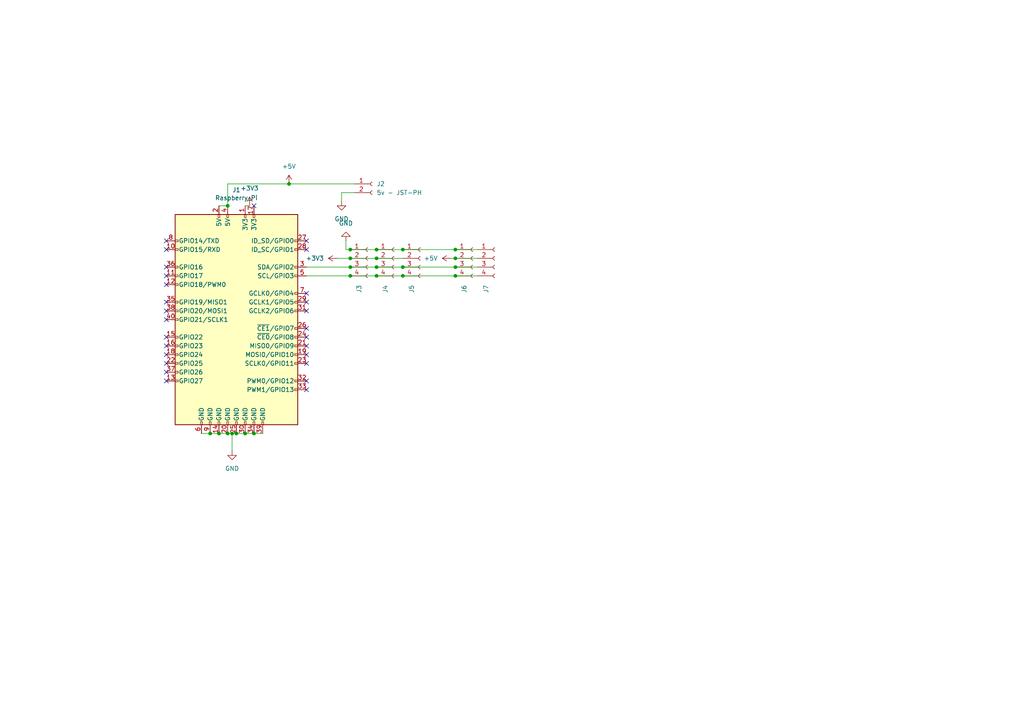
<source format=kicad_sch>
(kicad_sch (version 20211123) (generator eeschema)
  (paper "A4")
  (lib_symbols
    (symbol "Connector:Conn_01x02_Female" (pin_names (offset 1.016) hide)
      (property "Reference" "J" (at 0 2.54 0))
      (property "Value" "Conn_01x02_Female" (at 0 -5.08 0))
      (symbol "Conn_01x02_Female_1_1"
        (arc (start 0 -2.032) (mid -0.508 -2.54) (end 0 -3.048) (stroke (width 0.1524)))
        (polyline (pts (xy -1.27 -2.54) (xy -0.508 -2.54)) (stroke (width 0.1524)))
        (polyline (pts (xy -1.27 0) (xy -0.508 0)) (stroke (width 0.1524)))
        (arc (start 0 0.508) (mid -0.508 0) (end 0 -0.508) (stroke (width 0.1524)))
        (pin passive line (at -5.08 0 0) (length 3.81) (name "Pin_1") (number "1"))
        (pin passive line (at -5.08 -2.54 0) (length 3.81) (name "Pin_2") (number "2"))
      )
    )
    (symbol "Connector:Conn_01x04_Female" (pin_names (offset 1.016) hide)
      (property "Reference" "J" (at 0 5.08 0))
      (property "Value" "Conn_01x04_Female" (at 0 -7.62 0))
      (symbol "Conn_01x04_Female_1_1"
        (arc (start 0 -4.572) (mid -0.508 -5.08) (end 0 -5.588) (stroke (width 0.1524)))
        (arc (start 0 -2.032) (mid -0.508 -2.54) (end 0 -3.048) (stroke (width 0.1524)))
        (polyline (pts (xy -1.27 -5.08) (xy -0.508 -5.08)) (stroke (width 0.1524)))
        (polyline (pts (xy -1.27 -2.54) (xy -0.508 -2.54)) (stroke (width 0.1524)))
        (polyline (pts (xy -1.27 0) (xy -0.508 0)) (stroke (width 0.1524)))
        (polyline (pts (xy -1.27 2.54) (xy -0.508 2.54)) (stroke (width 0.1524)))
        (arc (start 0 0.508) (mid -0.508 0) (end 0 -0.508) (stroke (width 0.1524)))
        (arc (start 0 3.048) (mid -0.508 2.54) (end 0 2.032) (stroke (width 0.1524)))
        (pin passive line (at -5.08 2.54 0) (length 3.81) (name "Pin_1") (number "1"))
        (pin passive line (at -5.08 0 0) (length 3.81) (name "Pin_2") (number "2"))
        (pin passive line (at -5.08 -2.54 0) (length 3.81) (name "Pin_3") (number "3"))
        (pin passive line (at -5.08 -5.08 0) (length 3.81) (name "Pin_4") (number "4"))
      )
    )
    (symbol "Connector:Raspberry_Pi_2_3" (pin_names (offset 1.016))
      (property "Reference" "J" (at -17.78 31.75 0))
      (property "Value" "Raspberry_Pi_2_3" (at 10.16 -31.75 0))
      (symbol "Raspberry_Pi_2_3_0_1"
        (rectangle (start -17.78 30.48) (end 17.78 -30.48) (stroke (width 0.254)) (fill (type background)))
      )
      (symbol "Raspberry_Pi_2_3_1_1"
        (rectangle (start -16.891 -17.526) (end -17.78 -18.034))
        (rectangle (start -16.891 -14.986) (end -17.78 -15.494))
        (rectangle (start -16.891 -12.446) (end -17.78 -12.954))
        (rectangle (start -16.891 -9.906) (end -17.78 -10.414))
        (rectangle (start -16.891 -7.366) (end -17.78 -7.874))
        (rectangle (start -16.891 -4.826) (end -17.78 -5.334))
        (rectangle (start -16.891 0.254) (end -17.78 -0.254))
        (rectangle (start -16.891 2.794) (end -17.78 2.286))
        (rectangle (start -16.891 5.334) (end -17.78 4.826))
        (rectangle (start -16.891 10.414) (end -17.78 9.906))
        (rectangle (start -16.891 12.954) (end -17.78 12.446))
        (rectangle (start -16.891 15.494) (end -17.78 14.986))
        (rectangle (start -16.891 20.574) (end -17.78 20.066))
        (rectangle (start -16.891 23.114) (end -17.78 22.606))
        (rectangle (start -10.414 -29.591) (end -9.906 -30.48))
        (rectangle (start -7.874 -29.591) (end -7.366 -30.48))
        (rectangle (start -5.334 -29.591) (end -4.826 -30.48))
        (rectangle (start -5.334 30.48) (end -4.826 29.591))
        (rectangle (start -2.794 -29.591) (end -2.286 -30.48))
        (rectangle (start -2.794 30.48) (end -2.286 29.591))
        (rectangle (start -0.254 -29.591) (end 0.254 -30.48))
        (rectangle (start 2.286 -29.591) (end 2.794 -30.48))
        (rectangle (start 2.286 30.48) (end 2.794 29.591))
        (rectangle (start 4.826 -29.591) (end 5.334 -30.48))
        (rectangle (start 4.826 30.48) (end 5.334 29.591))
        (rectangle (start 7.366 -29.591) (end 7.874 -30.48))
        (rectangle (start 17.78 -20.066) (end 16.891 -20.574))
        (rectangle (start 17.78 -17.526) (end 16.891 -18.034))
        (rectangle (start 17.78 -12.446) (end 16.891 -12.954))
        (rectangle (start 17.78 -9.906) (end 16.891 -10.414))
        (rectangle (start 17.78 -7.366) (end 16.891 -7.874))
        (rectangle (start 17.78 -4.826) (end 16.891 -5.334))
        (rectangle (start 17.78 -2.286) (end 16.891 -2.794))
        (rectangle (start 17.78 2.794) (end 16.891 2.286))
        (rectangle (start 17.78 5.334) (end 16.891 4.826))
        (rectangle (start 17.78 7.874) (end 16.891 7.366))
        (rectangle (start 17.78 12.954) (end 16.891 12.446))
        (rectangle (start 17.78 15.494) (end 16.891 14.986))
        (rectangle (start 17.78 20.574) (end 16.891 20.066))
        (rectangle (start 17.78 23.114) (end 16.891 22.606))
        (pin power_in line (at 2.54 33.02 270) (length 2.54) (name "3V3") (number "1"))
        (pin bidirectional line (at -20.32 20.32 0) (length 2.54) (name "GPIO15/RXD") (number "10"))
        (pin bidirectional line (at -20.32 12.7 0) (length 2.54) (name "GPIO17") (number "11"))
        (pin bidirectional line (at -20.32 10.16 0) (length 2.54) (name "GPIO18/PWM0") (number "12"))
        (pin bidirectional line (at -20.32 -17.78 0) (length 2.54) (name "GPIO27") (number "13"))
        (pin power_in line (at -5.08 -33.02 90) (length 2.54) (name "GND") (number "14"))
        (pin bidirectional line (at -20.32 -5.08 0) (length 2.54) (name "GPIO22") (number "15"))
        (pin bidirectional line (at -20.32 -7.62 0) (length 2.54) (name "GPIO23") (number "16"))
        (pin power_in line (at 5.08 33.02 270) (length 2.54) (name "3V3") (number "17"))
        (pin bidirectional line (at -20.32 -10.16 0) (length 2.54) (name "GPIO24") (number "18"))
        (pin bidirectional line (at 20.32 -10.16 180) (length 2.54) (name "MOSI0/GPIO10") (number "19"))
        (pin power_in line (at -5.08 33.02 270) (length 2.54) (name "5V") (number "2"))
        (pin power_in line (at -2.54 -33.02 90) (length 2.54) (name "GND") (number "20"))
        (pin bidirectional line (at 20.32 -7.62 180) (length 2.54) (name "MISO0/GPIO9") (number "21"))
        (pin bidirectional line (at -20.32 -12.7 0) (length 2.54) (name "GPIO25") (number "22"))
        (pin bidirectional line (at 20.32 -12.7 180) (length 2.54) (name "SCLK0/GPIO11") (number "23"))
        (pin bidirectional line (at 20.32 -5.08 180) (length 2.54) (name "~{CE0}/GPIO8") (number "24"))
        (pin power_in line (at 0 -33.02 90) (length 2.54) (name "GND") (number "25"))
        (pin bidirectional line (at 20.32 -2.54 180) (length 2.54) (name "~{CE1}/GPIO7") (number "26"))
        (pin bidirectional line (at 20.32 22.86 180) (length 2.54) (name "ID_SD/GPIO0") (number "27"))
        (pin bidirectional line (at 20.32 20.32 180) (length 2.54) (name "ID_SC/GPIO1") (number "28"))
        (pin bidirectional line (at 20.32 5.08 180) (length 2.54) (name "GCLK1/GPIO5") (number "29"))
        (pin bidirectional line (at 20.32 15.24 180) (length 2.54) (name "SDA/GPIO2") (number "3"))
        (pin power_in line (at 2.54 -33.02 90) (length 2.54) (name "GND") (number "30"))
        (pin bidirectional line (at 20.32 2.54 180) (length 2.54) (name "GCLK2/GPIO6") (number "31"))
        (pin bidirectional line (at 20.32 -17.78 180) (length 2.54) (name "PWM0/GPIO12") (number "32"))
        (pin bidirectional line (at 20.32 -20.32 180) (length 2.54) (name "PWM1/GPIO13") (number "33"))
        (pin power_in line (at 5.08 -33.02 90) (length 2.54) (name "GND") (number "34"))
        (pin bidirectional line (at -20.32 5.08 0) (length 2.54) (name "GPIO19/MISO1") (number "35"))
        (pin bidirectional line (at -20.32 15.24 0) (length 2.54) (name "GPIO16") (number "36"))
        (pin bidirectional line (at -20.32 -15.24 0) (length 2.54) (name "GPIO26") (number "37"))
        (pin bidirectional line (at -20.32 2.54 0) (length 2.54) (name "GPIO20/MOSI1") (number "38"))
        (pin power_in line (at 7.62 -33.02 90) (length 2.54) (name "GND") (number "39"))
        (pin power_in line (at -2.54 33.02 270) (length 2.54) (name "5V") (number "4"))
        (pin bidirectional line (at -20.32 0 0) (length 2.54) (name "GPIO21/SCLK1") (number "40"))
        (pin bidirectional line (at 20.32 12.7 180) (length 2.54) (name "SCL/GPIO3") (number "5"))
        (pin power_in line (at -10.16 -33.02 90) (length 2.54) (name "GND") (number "6"))
        (pin bidirectional line (at 20.32 7.62 180) (length 2.54) (name "GCLK0/GPIO4") (number "7"))
        (pin bidirectional line (at -20.32 22.86 0) (length 2.54) (name "GPIO14/TXD") (number "8"))
        (pin power_in line (at -7.62 -33.02 90) (length 2.54) (name "GND") (number "9"))
      )
    )
    (symbol "power:+3V3" (power) (pin_names (offset 0))
      (property "Value" "+3V3" (at 0 3.556 0))
      (symbol "+3V3_0_1"
        (polyline (pts (xy -0.762 1.27) (xy 0 2.54)))
        (polyline (pts (xy 0 0) (xy 0 2.54)))
        (polyline (pts (xy 0 2.54) (xy 0.762 1.27)))
      )
      (symbol "+3V3_1_1"
        (pin power_in line (at 0 0 90) (length 0) hide (name "+3V3") (number "1"))
      )
    )
    (symbol "power:+5V" (power) (pin_names (offset 0))
      (property "Value" "+5V" (at 0 3.556 0))
      (symbol "+5V_0_1"
        (polyline (pts (xy -0.762 1.27) (xy 0 2.54)))
        (polyline (pts (xy 0 0) (xy 0 2.54)))
        (polyline (pts (xy 0 2.54) (xy 0.762 1.27)))
      )
      (symbol "+5V_1_1"
        (pin power_in line (at 0 0 90) (length 0) hide (name "+5V") (number "1"))
      )
    )
    (symbol "power:GND" (power) (pin_names (offset 0))
      (property "Value" "GND" (at 0 -3.81 0))
      (symbol "GND_0_1"
        (polyline (pts (xy 0 0) (xy 0 -1.27) (xy 1.27 -1.27) (xy 0 -2.54) (xy -1.27 -1.27) (xy 0 -1.27)))
      )
      (symbol "GND_1_1"
        (pin power_in line (at 0 0 270) (length 0) hide (name "GND") (number "1"))
      )
    )
  )
  (junction (at 66.04 125.73))
  (junction (at 73.66 125.73))
  (junction (at 116.84 77.47))
  (junction (at 109.22 74.93))
  (junction (at 63.5 125.73))
  (junction (at 60.96 125.73))
  (junction (at 132.08 77.47))
  (junction (at 66.04 59.69))
  (junction (at 132.08 74.93))
  (junction (at 109.22 77.47))
  (junction (at 101.6 77.47))
  (junction (at 132.08 80.01))
  (junction (at 101.6 72.39))
  (junction (at 109.22 72.39))
  (junction (at 68.58 125.73))
  (junction (at 101.6 80.01))
  (junction (at 132.08 72.39))
  (junction (at 101.6 74.93))
  (junction (at 71.12 125.73))
  (junction (at 109.22 80.01))
  (junction (at 83.82 53.34))
  (junction (at 67.31 125.73))
  (junction (at 116.84 72.39))
  (junction (at 116.84 80.01))
  (no_connect (at 48.26 92.71))
  (no_connect (at 48.26 77.47))
  (no_connect (at 48.26 80.01))
  (no_connect (at 73.66 59.69))
  (no_connect (at 48.26 87.63))
  (no_connect (at 88.9 85.09))
  (no_connect (at 48.26 97.79))
  (no_connect (at 88.9 105.41))
  (no_connect (at 48.26 107.95))
  (no_connect (at 48.26 82.55))
  (no_connect (at 48.26 110.49))
  (no_connect (at 88.9 90.17))
  (no_connect (at 88.9 95.25))
  (no_connect (at 48.26 102.87))
  (no_connect (at 88.9 87.63))
  (no_connect (at 48.26 100.33))
  (no_connect (at 48.26 72.39))
  (no_connect (at 88.9 97.79))
  (no_connect (at 88.9 110.49))
  (no_connect (at 88.9 102.87))
  (no_connect (at 88.9 69.85))
  (no_connect (at 88.9 72.39))
  (no_connect (at 88.9 113.03))
  (no_connect (at 48.26 69.85))
  (no_connect (at 48.26 105.41))
  (no_connect (at 48.26 90.17))
  (no_connect (at 88.9 100.33))
  (wire (pts (xy 67.31 125.73) (xy 67.31 130.81)))
  (wire (pts (xy 130.81 74.93) (xy 132.08 74.93)))
  (wire (pts (xy 97.79 74.93) (xy 101.6 74.93)))
  (wire (pts (xy 109.22 77.47) (xy 101.6 77.47)))
  (wire (pts (xy 99.06 58.42) (xy 99.06 55.88)))
  (wire (pts (xy 100.33 69.85) (xy 100.33 72.39)))
  (wire (pts (xy 66.04 125.73) (xy 67.31 125.73)))
  (wire (pts (xy 63.5 125.73) (xy 66.04 125.73)))
  (wire (pts (xy 60.96 125.73) (xy 63.5 125.73)))
  (wire (pts (xy 71.12 59.69) (xy 72.39 59.69)))
  (wire (pts (xy 88.9 80.01) (xy 101.6 80.01)))
  (wire (pts (xy 109.22 74.93) (xy 101.6 74.93)))
  (wire (pts (xy 99.06 55.88) (xy 102.87 55.88)))
  (wire (pts (xy 68.58 125.73) (xy 71.12 125.73)))
  (wire (pts (xy 116.84 77.47) (xy 109.22 77.47)))
  (wire (pts (xy 66.04 53.34) (xy 83.82 53.34)))
  (wire (pts (xy 63.5 59.69) (xy 66.04 59.69)))
  (wire (pts (xy 109.22 72.39) (xy 101.6 72.39)))
  (wire (pts (xy 116.84 80.01) (xy 109.22 80.01)))
  (wire (pts (xy 132.08 80.01) (xy 138.43 80.01)))
  (wire (pts (xy 116.84 77.47) (xy 132.08 77.47)))
  (wire (pts (xy 58.42 125.73) (xy 60.96 125.73)))
  (wire (pts (xy 83.82 53.34) (xy 102.87 53.34)))
  (wire (pts (xy 109.22 80.01) (xy 101.6 80.01)))
  (wire (pts (xy 100.33 72.39) (xy 101.6 72.39)))
  (wire (pts (xy 71.12 125.73) (xy 73.66 125.73)))
  (wire (pts (xy 132.08 72.39) (xy 138.43 72.39)))
  (wire (pts (xy 88.9 77.47) (xy 101.6 77.47)))
  (wire (pts (xy 67.31 125.73) (xy 68.58 125.73)))
  (wire (pts (xy 116.84 80.01) (xy 132.08 80.01)))
  (wire (pts (xy 132.08 77.47) (xy 138.43 77.47)))
  (wire (pts (xy 116.84 74.93) (xy 109.22 74.93)))
  (wire (pts (xy 73.66 125.73) (xy 76.2 125.73)))
  (wire (pts (xy 66.04 59.69) (xy 66.04 53.34)))
  (wire (pts (xy 116.84 72.39) (xy 132.08 72.39)))
  (wire (pts (xy 116.84 72.39) (xy 109.22 72.39)))
  (wire (pts (xy 132.08 74.93) (xy 138.43 74.93)))
  (symbol (lib_id "Connector:Raspberry_Pi_2_3") (at 68.58 92.71 0) (unit 1)
    (property "Reference" "J1" (at 68.58 55.0926 0))
    (property "Value" "Raspberry_Pi" (at 68.58 57.404 0))
    (property "Footprint" "Connector_PinSocket_2.54mm:PinSocket_2x20_P2.54mm_Vertical" (effects hide))
    (property "Datasheet" "https://www.raspberrypi.org/documentation/hardware/raspberrypi/schematics/rpi_SCH_3bplus_1p0_reduced.pdf" (effects hide))
  )
  (symbol (lib_id "Connector:Conn_01x04_Female") (at 143.51 74.93 0) (unit 1)
    (property "Reference" "J7" (at 140.97 83.82 90))
    (property "Value" "Stemma" (effects hide))
    (property "Footprint" "Connector_JST:JST_PH_S4B-PH-K_1x04_P2.00mm_Horizontal" (effects hide))
  )
  (symbol (lib_id "Connector:Conn_01x04_Female") (at 137.16 74.93 0) (unit 1)
    (property "Reference" "J6" (at 134.62 83.82 90))
    (property "Value" "Stemma" (effects hide))
    (property "Footprint" "Connector_JST:JST_PH_S4B-PH-K_1x04_P2.00mm_Horizontal" (effects hide))
  )
  (symbol (lib_id "power:GND") (at 100.33 69.85 0) (mirror x) (unit 1)
    (property "Reference" "#PWR06" (effects hide))
    (property "Value" "GND" (at 100.33 64.77 0))
  )
  (symbol (lib_id "power:+3V3") (at 97.79 74.93 90) (mirror x) (unit 1)
    (property "Reference" "#PWR04" (effects hide))
    (property "Value" "+3V3" (at 93.98 74.9301 90) (effects (justify left)))
  )
  (symbol (lib_id "power:GND") (at 99.06 58.42 0) (unit 1)
    (property "Reference" "#PWR05" (effects hide))
    (property "Value" "GND" (at 99.06 63.5 0))
  )
  (symbol (lib_id "power:GND") (at 67.31 130.81 0) (unit 1)
    (property "Reference" "#PWR01" (effects hide))
    (property "Value" "GND" (at 67.31 135.89 0))
  )
  (symbol (lib_id "power:+5V") (at 130.81 74.93 90) (unit 1)
    (property "Reference" "#PWR0101" (effects hide))
    (property "Value" "+5V" (at 127 74.9299 90) (effects (justify left)))
  )
  (symbol (lib_id "Connector:Conn_01x04_Female") (at 121.92 74.93 0) (unit 1)
    (property "Reference" "J5" (at 119.38 83.82 90))
    (property "Value" "Conn_01x04_Female" (effects hide))
    (property "Footprint" "Connector_JST:JST_SH_SM04B-SRSS-TB_1x04-1MP_P1.00mm_Horizontal" (effects hide))
  )
  (symbol (lib_id "Connector:Conn_01x04_Female") (at 106.68 74.93 0) (unit 1)
    (property "Reference" "J3" (at 104.14 83.82 90))
    (property "Value" "Conn_01x04_Female" (effects hide))
    (property "Footprint" "Connector_JST:JST_SH_SM04B-SRSS-TB_1x04-1MP_P1.00mm_Horizontal" (effects hide))
  )
  (symbol (lib_id "power:+5V") (at 83.82 53.34 0) (unit 1)
    (property "Reference" "#PWR03" (effects hide))
    (property "Value" "+5V" (at 83.82 48.26 0))
  )
  (symbol (lib_id "Connector:Conn_01x02_Female") (at 107.95 53.34 0) (unit 1)
    (property "Reference" "J2" (at 109.22 53.3399 0) (effects (justify left)))
    (property "Value" "5v - JST-PH" (at 109.22 55.8799 0) (effects (justify left)))
    (property "Footprint" "Connector_JST:JST_PH_S2B-PH-K_1x02_P2.00mm_Horizontal" (effects hide))
  )
  (symbol (lib_id "power:+3V3") (at 72.39 59.69 0) (unit 1)
    (property "Reference" "#PWR02" (effects hide))
    (property "Value" "+3V3" (at 72.39 54.61 0))
  )
  (symbol (lib_id "Connector:Conn_01x04_Female") (at 114.3 74.93 0) (unit 1)
    (property "Reference" "J4" (at 111.76 83.82 90))
    (property "Value" "Conn_01x04_Female" (effects hide))
    (property "Footprint" "Connector_JST:JST_SH_SM04B-SRSS-TB_1x04-1MP_P1.00mm_Horizontal" (effects hide))
  )
)
</source>
